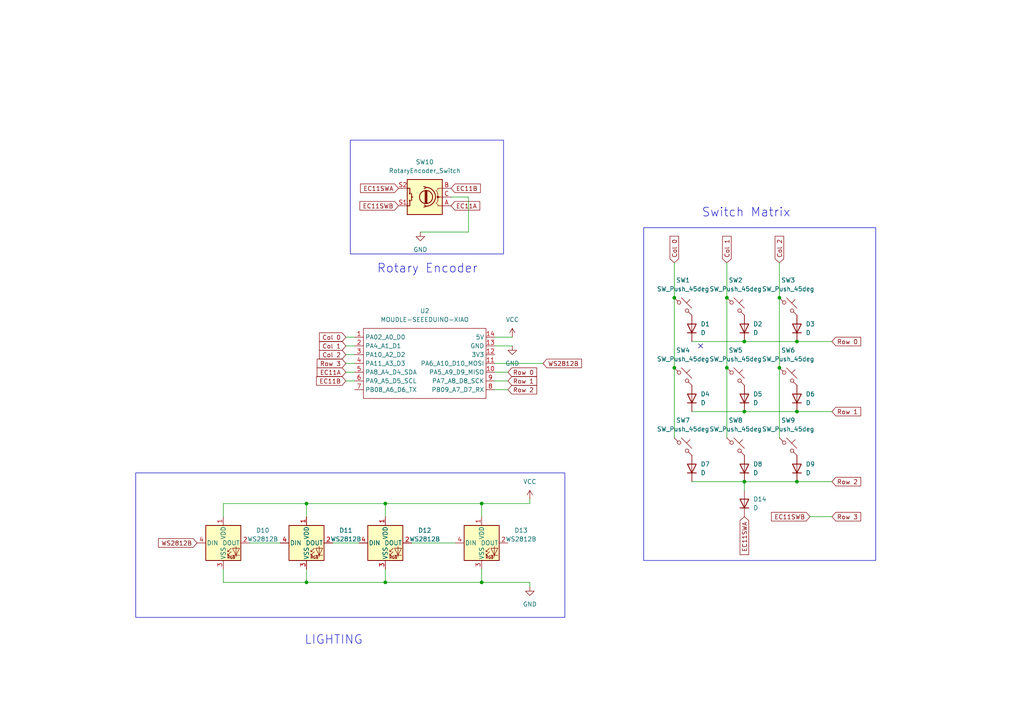
<source format=kicad_sch>
(kicad_sch (version 20231120) (generator "eeschema") (generator_version "8.0")
  (paper "A4")
  (lib_symbols
    (symbol "Device:D" (pin_numbers hide) (pin_names (offset 1.016) hide)
      (property "Reference" "D" (at 0 2.54 0))
      (property "Value" "D" (at 0 -2.54 0))
      (symbol "D_0_1"
        (polyline (pts (xy -1.27 1.27) (xy -1.27 -1.27)) (stroke (width 0.254)))
        (polyline (pts (xy 1.27 0) (xy -1.27 0)))
        (polyline (pts (xy 1.27 1.27) (xy 1.27 -1.27) (xy -1.27 0) (xy 1.27 1.27)) (stroke (width 0.254)))
      )
      (symbol "D_1_1"
        (pin passive line (at -3.81 0 0) (length 2.54) (name "K") (number "1"))
        (pin passive line (at 3.81 0 180) (length 2.54) (name "A") (number "2"))
      )
    )
    (symbol "Device:RotaryEncoder_Switch" (pin_names (offset 0.254) hide)
      (property "Reference" "SW" (at 0 6.604 0))
      (property "Value" "RotaryEncoder_Switch" (at 0 -6.604 0))
      (symbol "RotaryEncoder_Switch_0_1"
        (rectangle (start -5.08 5.08) (end 5.08 -5.08) (stroke (width 0.254)) (fill (type background)))
        (circle (center -3.81 0) (radius 0.254) (fill (type outline)))
        (circle (center -0.381 0) (radius 1.905) (stroke (width 0.254)))
        (arc (start -0.381 2.667) (mid -3.0988 -0.0635) (end -0.381 -2.794) (stroke (width 0.254)))
        (polyline (pts (xy -0.635 -1.778) (xy -0.635 1.778)) (stroke (width 0.254)))
        (polyline (pts (xy -0.381 -1.778) (xy -0.381 1.778)) (stroke (width 0.254)))
        (polyline (pts (xy -0.127 1.778) (xy -0.127 -1.778)) (stroke (width 0.254)))
        (polyline (pts (xy 3.81 0) (xy 3.429 0)) (stroke (width 0.254)))
        (polyline (pts (xy 3.81 1.016) (xy 3.81 -1.016)) (stroke (width 0.254)))
        (polyline (pts (xy -5.08 -2.54) (xy -3.81 -2.54) (xy -3.81 -2.032)))
        (polyline (pts (xy -5.08 2.54) (xy -3.81 2.54) (xy -3.81 2.032)))
        (polyline (pts (xy 0.254 -3.048) (xy -0.508 -2.794) (xy 0.127 -2.413)) (stroke (width 0.254)))
        (polyline (pts (xy 0.254 2.921) (xy -0.508 2.667) (xy 0.127 2.286)) (stroke (width 0.254)))
        (polyline (pts (xy 5.08 -2.54) (xy 4.318 -2.54) (xy 4.318 -1.016)) (stroke (width 0.254)))
        (polyline (pts (xy 5.08 2.54) (xy 4.318 2.54) (xy 4.318 1.016)) (stroke (width 0.254)))
        (polyline (pts (xy -5.08 0) (xy -3.81 0) (xy -3.81 -1.016) (xy -3.302 -2.032)))
        (polyline (pts (xy -4.318 0) (xy -3.81 0) (xy -3.81 1.016) (xy -3.302 2.032)))
        (circle (center 4.318 -1.016) (radius 0.127) (stroke (width 0.254)))
        (circle (center 4.318 1.016) (radius 0.127) (stroke (width 0.254)))
      )
      (symbol "RotaryEncoder_Switch_1_1"
        (pin passive line (at -7.62 2.54 0) (length 2.54) (name "A") (number "A"))
        (pin passive line (at -7.62 -2.54 0) (length 2.54) (name "B") (number "B"))
        (pin passive line (at -7.62 0 0) (length 2.54) (name "C") (number "C"))
        (pin passive line (at 7.62 2.54 180) (length 2.54) (name "S1") (number "S1"))
        (pin passive line (at 7.62 -2.54 180) (length 2.54) (name "S2") (number "S2"))
      )
    )
    (symbol "LED:WS2812B" (pin_names (offset 0.254))
      (property "Reference" "D" (at 5.08 5.715 0))
      (property "Value" "WS2812B" (at 1.27 -5.715 0))
      (symbol "WS2812B_0_0"
        (text "RGB" (at 2.286 -4.191 0) (effects (font (size 0.762 0.762))))
      )
      (symbol "WS2812B_0_1"
        (polyline (pts (xy 1.27 -3.556) (xy 1.778 -3.556)))
        (polyline (pts (xy 1.27 -2.54) (xy 1.778 -2.54)))
        (polyline (pts (xy 4.699 -3.556) (xy 2.667 -3.556)))
        (polyline (pts (xy 2.286 -2.54) (xy 1.27 -3.556) (xy 1.27 -3.048)))
        (polyline (pts (xy 2.286 -1.524) (xy 1.27 -2.54) (xy 1.27 -2.032)))
        (polyline (pts (xy 3.683 -1.016) (xy 3.683 -3.556) (xy 3.683 -4.064)))
        (polyline (pts (xy 4.699 -1.524) (xy 2.667 -1.524) (xy 3.683 -3.556) (xy 4.699 -1.524)))
        (rectangle (start 5.08 5.08) (end -5.08 -5.08) (stroke (width 0.254)) (fill (type background)))
      )
      (symbol "WS2812B_1_1"
        (pin power_in line (at 0 7.62 270) (length 2.54) (name "VDD") (number "1"))
        (pin output line (at 7.62 0 180) (length 2.54) (name "DOUT") (number "2"))
        (pin power_in line (at 0 -7.62 90) (length 2.54) (name "VSS") (number "3"))
        (pin input line (at -7.62 0 0) (length 2.54) (name "DIN") (number "4"))
      )
    )
    (symbol "Switch:SW_Push_45deg" (pin_numbers hide) (pin_names (offset 1.016) hide)
      (property "Reference" "SW" (at 3.048 1.016 0))
      (property "Value" "SW_Push_45deg" (at 0 -3.81 0))
      (symbol "SW_Push_45deg_0_1"
        (circle (center -1.1684 1.1684) (radius 0.508))
        (polyline (pts (xy -0.508 2.54) (xy 2.54 -0.508)))
        (polyline (pts (xy 1.016 1.016) (xy 2.032 2.032)))
        (polyline (pts (xy -2.54 2.54) (xy -1.524 1.524) (xy -1.524 1.524)))
        (polyline (pts (xy 1.524 -1.524) (xy 2.54 -2.54) (xy 2.54 -2.54) (xy 2.54 -2.54)))
        (circle (center 1.143 -1.1938) (radius 0.508))
        (pin passive line (at -2.54 2.54 0) (length 0) (name "1") (number "1"))
        (pin passive line (at 2.54 -2.54 180) (length 0) (name "2") (number "2"))
      )
    )
    (symbol "XIAO seeed rp2040:MOUDLE-SEEEDUINO-XIAO"
      (property "Reference" "U" (at -16.51 11.43 0))
      (property "Value" "MOUDLE-SEEEDUINO-XIAO" (at -3.81 -11.43 0))
      (symbol "MOUDLE-SEEEDUINO-XIAO_0_1"
        (rectangle (start -16.51 10.16) (end 19.05 -10.16))
      )
      (symbol "MOUDLE-SEEEDUINO-XIAO_1_1"
        (pin passive line (at -19.05 7.62 0) (length 2.54) (name "PA02_A0_D0") (number "1"))
        (pin passive line (at 21.59 -2.54 180) (length 2.54) (name "PA5_A9_D9_MISO") (number "10"))
        (pin passive line (at 21.59 0 180) (length 2.54) (name "PA6_A10_D10_MOSI") (number "11"))
        (pin passive line (at 21.59 2.54 180) (length 2.54) (name "3V3") (number "12"))
        (pin passive line (at 21.59 5.08 180) (length 2.54) (name "GND") (number "13"))
        (pin passive line (at 21.59 7.62 180) (length 2.54) (name "5V") (number "14"))
        (pin passive line (at -19.05 5.08 0) (length 2.54) (name "PA4_A1_D1") (number "2"))
        (pin passive line (at -19.05 2.54 0) (length 2.54) (name "PA10_A2_D2") (number "3"))
        (pin passive line (at -19.05 0 0) (length 2.54) (name "PA11_A3_D3") (number "4"))
        (pin passive line (at -19.05 -2.54 0) (length 2.54) (name "PA8_A4_D4_SDA") (number "5"))
        (pin passive line (at -19.05 -5.08 0) (length 2.54) (name "PA9_A5_D5_SCL") (number "6"))
        (pin passive line (at -19.05 -7.62 0) (length 2.54) (name "PB08_A6_D6_TX") (number "7"))
        (pin passive line (at 21.59 -7.62 180) (length 2.54) (name "PB09_A7_D7_RX") (number "8"))
        (pin passive line (at 21.59 -5.08 180) (length 2.54) (name "PA7_A8_D8_SCK") (number "9"))
      )
    )
    (symbol "power:GND" (power) (pin_numbers hide) (pin_names (offset 0) hide)
      (property "Value" "GND" (at 0 -3.81 0))
      (symbol "GND_0_1"
        (polyline (pts (xy 0 0) (xy 0 -1.27) (xy 1.27 -1.27) (xy 0 -2.54) (xy -1.27 -1.27) (xy 0 -1.27)))
      )
      (symbol "GND_1_1"
        (pin power_in line (at 0 0 270) (length 0) (name "~") (number "1"))
      )
    )
    (symbol "power:VCC" (power) (pin_numbers hide) (pin_names (offset 0) hide)
      (property "Value" "VCC" (at 0 3.556 0))
      (symbol "VCC_0_1"
        (polyline (pts (xy -0.762 1.27) (xy 0 2.54)))
        (polyline (pts (xy 0 0) (xy 0 2.54)))
        (polyline (pts (xy 0 2.54) (xy 0.762 1.27)))
      )
      (symbol "VCC_1_1"
        (pin power_in line (at 0 0 90) (length 0) (name "~") (number "1"))
      )
    )
  )
  (junction (at 231.14 99.06))
  (junction (at 215.9 119.38))
  (junction (at 215.9 139.7))
  (junction (at 210.82 86.36))
  (junction (at 139.7 168.91))
  (junction (at 210.82 106.68))
  (junction (at 195.58 86.36))
  (junction (at 226.06 86.36))
  (junction (at 88.9 168.91))
  (junction (at 231.14 139.7))
  (junction (at 111.76 146.05))
  (junction (at 195.58 106.68))
  (junction (at 231.14 119.38))
  (junction (at 111.76 168.91))
  (junction (at 215.9 99.06))
  (junction (at 88.9 146.05))
  (junction (at 226.06 106.68))
  (junction (at 139.7 146.05))
  (no_connect (at 203.2 100.33))
  (wire (pts (xy 100.33 107.95) (xy 102.87 107.95)))
  (wire (pts (xy 111.76 165.1) (xy 111.76 168.91)))
  (wire (pts (xy 135.89 57.15) (xy 135.89 67.31)))
  (wire (pts (xy 147.32 110.49) (xy 143.51 110.49)))
  (wire (pts (xy 226.06 86.36) (xy 226.06 106.68)))
  (wire (pts (xy 88.9 146.05) (xy 88.9 149.86)))
  (wire (pts (xy 210.82 86.36) (xy 210.82 106.68)))
  (wire (pts (xy 195.58 106.68) (xy 195.58 127)))
  (wire (pts (xy 96.52 157.48) (xy 104.14 157.48)))
  (wire (pts (xy 200.66 119.38) (xy 215.9 119.38)))
  (wire (pts (xy 139.7 168.91) (xy 139.7 165.1)))
  (wire (pts (xy 139.7 168.91) (xy 153.67 168.91)))
  (wire (pts (xy 215.9 99.06) (xy 231.14 99.06)))
  (wire (pts (xy 147.32 113.03) (xy 143.51 113.03)))
  (wire (pts (xy 111.76 146.05) (xy 111.76 149.86)))
  (wire (pts (xy 100.33 105.41) (xy 102.87 105.41)))
  (wire (pts (xy 210.82 76.2) (xy 210.82 86.36)))
  (wire (pts (xy 153.67 168.91) (xy 153.67 170.18)))
  (wire (pts (xy 72.39 157.48) (xy 81.28 157.48)))
  (wire (pts (xy 153.67 146.05) (xy 153.67 144.78)))
  (wire (pts (xy 157.48 105.41) (xy 143.51 105.41)))
  (wire (pts (xy 226.06 76.2) (xy 226.06 86.36)))
  (wire (pts (xy 153.67 146.05) (xy 139.7 146.05)))
  (wire (pts (xy 215.9 139.7) (xy 215.9 142.24)))
  (wire (pts (xy 100.33 110.49) (xy 102.87 110.49)))
  (wire (pts (xy 121.92 67.31) (xy 135.89 67.31)))
  (wire (pts (xy 234.95 149.86) (xy 241.3 149.86)))
  (wire (pts (xy 226.06 106.68) (xy 226.06 127)))
  (wire (pts (xy 210.82 106.68) (xy 210.82 127)))
  (wire (pts (xy 147.32 107.95) (xy 143.51 107.95)))
  (wire (pts (xy 64.77 168.91) (xy 64.77 165.1)))
  (wire (pts (xy 148.59 100.33) (xy 143.51 100.33)))
  (wire (pts (xy 64.77 168.91) (xy 88.9 168.91)))
  (wire (pts (xy 241.3 99.06) (xy 231.14 99.06)))
  (wire (pts (xy 111.76 168.91) (xy 139.7 168.91)))
  (wire (pts (xy 111.76 146.05) (xy 139.7 146.05)))
  (wire (pts (xy 215.9 139.7) (xy 231.14 139.7)))
  (wire (pts (xy 88.9 168.91) (xy 111.76 168.91)))
  (wire (pts (xy 139.7 146.05) (xy 139.7 149.86)))
  (wire (pts (xy 200.66 99.06) (xy 215.9 99.06)))
  (wire (pts (xy 64.77 146.05) (xy 64.77 149.86)))
  (wire (pts (xy 195.58 76.2) (xy 195.58 86.36)))
  (wire (pts (xy 88.9 146.05) (xy 111.76 146.05)))
  (wire (pts (xy 195.58 86.36) (xy 195.58 106.68)))
  (wire (pts (xy 64.77 146.05) (xy 88.9 146.05)))
  (wire (pts (xy 148.59 97.79) (xy 143.51 97.79)))
  (wire (pts (xy 100.33 100.33) (xy 102.87 100.33)))
  (wire (pts (xy 88.9 165.1) (xy 88.9 168.91)))
  (wire (pts (xy 100.33 102.87) (xy 102.87 102.87)))
  (wire (pts (xy 100.33 97.79) (xy 102.87 97.79)))
  (wire (pts (xy 241.3 139.7) (xy 231.14 139.7)))
  (wire (pts (xy 215.9 119.38) (xy 231.14 119.38)))
  (wire (pts (xy 135.89 57.15) (xy 130.81 57.15)))
  (wire (pts (xy 241.3 119.38) (xy 231.14 119.38)))
  (wire (pts (xy 200.66 139.7) (xy 215.9 139.7)))
  (wire (pts (xy 119.38 157.48) (xy 132.08 157.48)))
  (rectangle (start 186.69 66.04) (end 254 162.56))
  (rectangle (start 101.6 40.64) (end 146.05 73.66))
  (rectangle (start 39.37 137.16) (end 163.83 179.07))
  (text "Switch Matrix\n" (at 216.408 61.722 0) (effects (font (size 2.54 2.54))))
  (text "Rotary Encoder" (at 123.952 77.978 0) (effects (font (size 2.54 2.54))))
  (text "\nLIGHTING" (at 96.774 183.642 0) (effects (font (size 2.54 2.54))))
  (global_label "WS2812B" (shape input) (at 157.48 105.41 0) (property "Intersheetrefs" "${INTERSHEET_REFS}" (effects (hide yes))))
  (global_label "EC11SWB" (shape input) (at 234.95 149.86 180) (property "Intersheetrefs" "${INTERSHEET_REFS}" (effects (hide yes))))
  (global_label "Row 2" (shape input) (at 147.32 113.03 0) (property "Intersheetrefs" "${INTERSHEET_REFS}" (effects (hide yes))))
  (global_label "Col 2" (shape input) (at 226.06 76.2 90) (property "Intersheetrefs" "${INTERSHEET_REFS}" (effects (hide yes))))
  (global_label "Col 1" (shape input) (at 100.33 100.33 180) (property "Intersheetrefs" "${INTERSHEET_REFS}" (effects (hide yes))))
  (global_label "Row 3" (shape input) (at 100.33 105.41 180) (property "Intersheetrefs" "${INTERSHEET_REFS}" (effects (hide yes))))
  (global_label "WS2812B" (shape input) (at 57.15 157.48 180) (property "Intersheetrefs" "${INTERSHEET_REFS}" (effects (hide yes))))
  (global_label "EC11A" (shape input) (at 130.81 59.69 0) (property "Intersheetrefs" "${INTERSHEET_REFS}" (effects (hide yes))))
  (global_label "Row 1" (shape input) (at 147.32 110.49 0) (property "Intersheetrefs" "${INTERSHEET_REFS}" (effects (hide yes))))
  (global_label "EC11B" (shape input) (at 130.81 54.61 0) (property "Intersheetrefs" "${INTERSHEET_REFS}" (effects (hide yes))))
  (global_label "EC11A" (shape input) (at 100.33 107.95 180) (property "Intersheetrefs" "${INTERSHEET_REFS}" (effects (hide yes))))
  (global_label "Row 0" (shape input) (at 241.3 99.06 0) (property "Intersheetrefs" "${INTERSHEET_REFS}" (effects (hide yes))))
  (global_label "Col 0" (shape input) (at 195.58 76.2 90) (property "Intersheetrefs" "${INTERSHEET_REFS}" (effects (hide yes))))
  (global_label "EC11B" (shape input) (at 100.33 110.49 180) (property "Intersheetrefs" "${INTERSHEET_REFS}" (effects (hide yes))))
  (global_label "Row 0" (shape input) (at 147.32 107.95 0) (property "Intersheetrefs" "${INTERSHEET_REFS}" (effects (hide yes))))
  (global_label "Row 2" (shape input) (at 241.3 139.7 0) (property "Intersheetrefs" "${INTERSHEET_REFS}" (effects (hide yes))))
  (global_label "EC11SWB" (shape input) (at 115.57 59.69 180) (property "Intersheetrefs" "${INTERSHEET_REFS}" (effects (hide yes))))
  (global_label "Col 0" (shape input) (at 100.33 97.79 180) (property "Intersheetrefs" "${INTERSHEET_REFS}" (effects (hide yes))))
  (global_label "Row 3" (shape input) (at 241.3 149.86 0) (property "Intersheetrefs" "${INTERSHEET_REFS}" (effects (hide yes))))
  (global_label "EC11SWA" (shape input) (at 215.9 149.86 270) (property "Intersheetrefs" "${INTERSHEET_REFS}" (effects (hide yes))))
  (global_label "Col 2" (shape input) (at 100.33 102.87 180) (property "Intersheetrefs" "${INTERSHEET_REFS}" (effects (hide yes))))
  (global_label "Col 1" (shape input) (at 210.82 76.2 90) (property "Intersheetrefs" "${INTERSHEET_REFS}" (effects (hide yes))))
  (global_label "Row 1" (shape input) (at 241.3 119.38 0) (property "Intersheetrefs" "${INTERSHEET_REFS}" (effects (hide yes))))
  (global_label "EC11SWA" (shape input) (at 115.57 54.61 180) (property "Intersheetrefs" "${INTERSHEET_REFS}" (effects (hide yes))))
  (symbol (lib_id "Switch:SW_Push_45deg") (at 198.12 129.54 0) (unit 1)
    (property "Reference" "SW7" (at 198.12 121.92 0))
    (property "Value" "SW_Push_45deg" (at 198.12 124.46 0))
    (property "Footprint" "Button_Switch_Keyboard:SW_Cherry_MX_1.00u_PCB" (effects (hide yes)))
    (property "Description" "Push button switch, normally open, two pins, 45° tilted" (effects (hide yes)))
  )
  (symbol (lib_id "power:GND") (at 148.59 100.33 0) (unit 1)
    (property "Reference" "#PWR06" (effects (hide yes)))
    (property "Value" "GND" (at 148.59 105.41 0))
    (property "Description" "Power symbol creates a global label with name \"GND\" , ground" (effects (hide yes)))
  )
  (symbol (lib_id "Device:D") (at 200.66 135.89 90) (unit 1)
    (property "Reference" "D7" (at 203.2 134.6199 90) (effects (justify right)))
    (property "Value" "D" (at 203.2 137.1599 90) (effects (justify right)))
    (property "Footprint" "Diode_THT:D_DO-35_SOD27_P7.62mm_Horizontal" (effects (hide yes)))
    (property "Description" "Diode" (effects (hide yes)))
    (property "Sim.Device" "D" (effects (hide yes)))
    (property "Sim.Pins" "1=K 2=A" (effects (hide yes)))
  )
  (symbol (lib_id "power:GND") (at 121.92 67.31 0) (unit 1)
    (property "Reference" "#PWR01" (effects (hide yes)))
    (property "Value" "GND" (at 121.92 72.39 0))
    (property "Description" "Power symbol creates a global label with name \"GND\" , ground" (effects (hide yes)))
  )
  (symbol (lib_id "LED:WS2812B") (at 64.77 157.48 0) (unit 1)
    (property "Reference" "D10" (at 76.2 153.832 0))
    (property "Value" "WS2812B" (at 76.2 156.372 0))
    (property "Footprint" "LED_SMD:LED_WS2812B_PLCC4_5.0x5.0mm_P3.2mm" (effects (hide yes)))
    (property "Datasheet" "https://cdn-shop.adafruit.com/datasheets/WS2812B.pdf" (effects (hide yes)))
    (property "Description" "RGB LED with integrated controller" (effects (hide yes)))
  )
  (symbol (lib_id "Device:D") (at 215.9 95.25 90) (unit 1)
    (property "Reference" "D2" (at 218.44 93.9799 90) (effects (justify right)))
    (property "Value" "D" (at 218.44 96.5199 90) (effects (justify right)))
    (property "Footprint" "Diode_THT:D_DO-35_SOD27_P7.62mm_Horizontal" (effects (hide yes)))
    (property "Description" "Diode" (effects (hide yes)))
    (property "Sim.Device" "D" (effects (hide yes)))
    (property "Sim.Pins" "1=K 2=A" (effects (hide yes)))
  )
  (symbol (lib_id "Device:D") (at 200.66 95.25 90) (unit 1)
    (property "Reference" "D1" (at 203.2 93.9799 90) (effects (justify right)))
    (property "Value" "D" (at 203.2 96.5199 90) (effects (justify right)))
    (property "Footprint" "Diode_THT:D_DO-35_SOD27_P7.62mm_Horizontal" (effects (hide yes)))
    (property "Description" "Diode" (effects (hide yes)))
    (property "Sim.Device" "D" (effects (hide yes)))
    (property "Sim.Pins" "1=K 2=A" (effects (hide yes)))
  )
  (symbol (lib_id "power:VCC") (at 148.59 97.79 0) (unit 1)
    (property "Reference" "#PWR05" (effects (hide yes)))
    (property "Value" "VCC" (at 148.59 92.71 0))
    (property "Description" "Power symbol creates a global label with name \"VCC\"" (effects (hide yes)))
  )
  (symbol (lib_id "LED:WS2812B") (at 111.76 157.48 0) (unit 1)
    (property "Reference" "D12" (at 123.19 153.832 0))
    (property "Value" "WS2812B" (at 123.19 156.372 0))
    (property "Footprint" "LED_SMD:LED_WS2812B_PLCC4_5.0x5.0mm_P3.2mm" (effects (hide yes)))
    (property "Datasheet" "https://cdn-shop.adafruit.com/datasheets/WS2812B.pdf" (effects (hide yes)))
    (property "Description" "RGB LED with integrated controller" (effects (hide yes)))
  )
  (symbol (lib_id "Switch:SW_Push_45deg") (at 213.36 88.9 0) (unit 1)
    (property "Reference" "SW2" (at 213.36 81.28 0))
    (property "Value" "SW_Push_45deg" (at 213.36 83.82 0))
    (property "Footprint" "Button_Switch_Keyboard:SW_Cherry_MX_1.00u_PCB" (effects (hide yes)))
    (property "Description" "Push button switch, normally open, two pins, 45° tilted" (effects (hide yes)))
  )
  (symbol (lib_id "LED:WS2812B") (at 88.9 157.48 0) (unit 1)
    (property "Reference" "D11" (at 100.33 153.832 0))
    (property "Value" "WS2812B" (at 100.33 156.372 0))
    (property "Footprint" "LED_SMD:LED_WS2812B_PLCC4_5.0x5.0mm_P3.2mm" (effects (hide yes)))
    (property "Datasheet" "https://cdn-shop.adafruit.com/datasheets/WS2812B.pdf" (effects (hide yes)))
    (property "Description" "RGB LED with integrated controller" (effects (hide yes)))
  )
  (symbol (lib_id "XIAO seeed rp2040:MOUDLE-SEEEDUINO-XIAO") (at 121.92 105.41 0) (unit 1)
    (property "Reference" "U2" (at 123.19 90.17 0))
    (property "Value" "MOUDLE-SEEEDUINO-XIAO" (at 123.19 92.71 0))
    (property "Footprint" "Seeed Studio XIAO Series Library:XIAO-Generic-Thruhole-14P-2.54-21X17.8MM" (effects (hide yes)))
  )
  (symbol (lib_id "Device:D") (at 215.9 146.05 90) (unit 1)
    (property "Reference" "D14" (at 218.44 144.7799 90) (effects (justify right)))
    (property "Value" "D" (at 218.44 147.3199 90) (effects (justify right)))
    (property "Footprint" "Diode_THT:D_DO-35_SOD27_P7.62mm_Horizontal" (effects (hide yes)))
    (property "Description" "Diode" (effects (hide yes)))
    (property "Sim.Device" "D" (effects (hide yes)))
    (property "Sim.Pins" "1=K 2=A" (effects (hide yes)))
  )
  (symbol (lib_id "Device:RotaryEncoder_Switch") (at 123.19 57.15 180) (unit 1)
    (property "Reference" "SW10" (at 123.19 46.99 0))
    (property "Value" "RotaryEncoder_Switch" (at 123.19 49.53 0))
    (property "Footprint" "Rotary_Encoder:RotaryEncoder_Alps_EC11E-Switch_Vertical_H20mm" (effects (hide yes)))
    (property "Description" "Rotary encoder, dual channel, incremental quadrate outputs, with switch" (effects (hide yes)))
  )
  (symbol (lib_id "Switch:SW_Push_45deg") (at 228.6 109.22 0) (unit 1)
    (property "Reference" "SW6" (at 228.6 101.6 0))
    (property "Value" "SW_Push_45deg" (at 228.6 104.14 0))
    (property "Footprint" "Button_Switch_Keyboard:SW_Cherry_MX_1.00u_PCB" (effects (hide yes)))
    (property "Description" "Push button switch, normally open, two pins, 45° tilted" (effects (hide yes)))
  )
  (symbol (lib_id "Device:D") (at 231.14 95.25 90) (unit 1)
    (property "Reference" "D3" (at 233.68 93.9799 90) (effects (justify right)))
    (property "Value" "D" (at 233.68 96.5199 90) (effects (justify right)))
    (property "Footprint" "Diode_THT:D_DO-35_SOD27_P7.62mm_Horizontal" (effects (hide yes)))
    (property "Description" "Diode" (effects (hide yes)))
    (property "Sim.Device" "D" (effects (hide yes)))
    (property "Sim.Pins" "1=K 2=A" (effects (hide yes)))
  )
  (symbol (lib_id "Device:D") (at 231.14 115.57 90) (unit 1)
    (property "Reference" "D6" (at 233.68 114.2999 90) (effects (justify right)))
    (property "Value" "D" (at 233.68 116.8399 90) (effects (justify right)))
    (property "Footprint" "Diode_THT:D_DO-35_SOD27_P7.62mm_Horizontal" (effects (hide yes)))
    (property "Description" "Diode" (effects (hide yes)))
    (property "Sim.Device" "D" (effects (hide yes)))
    (property "Sim.Pins" "1=K 2=A" (effects (hide yes)))
  )
  (symbol (lib_id "Device:D") (at 215.9 135.89 90) (unit 1)
    (property "Reference" "D8" (at 218.44 134.6199 90) (effects (justify right)))
    (property "Value" "D" (at 218.44 137.1599 90) (effects (justify right)))
    (property "Footprint" "Diode_THT:D_DO-35_SOD27_P7.62mm_Horizontal" (effects (hide yes)))
    (property "Description" "Diode" (effects (hide yes)))
    (property "Sim.Device" "D" (effects (hide yes)))
    (property "Sim.Pins" "1=K 2=A" (effects (hide yes)))
  )
  (symbol (lib_id "Switch:SW_Push_45deg") (at 213.36 109.22 0) (unit 1)
    (property "Reference" "SW5" (at 213.36 101.6 0))
    (property "Value" "SW_Push_45deg" (at 213.36 104.14 0))
    (property "Footprint" "Button_Switch_Keyboard:SW_Cherry_MX_1.00u_PCB" (effects (hide yes)))
    (property "Description" "Push button switch, normally open, two pins, 45° tilted" (effects (hide yes)))
  )
  (symbol (lib_id "Switch:SW_Push_45deg") (at 198.12 109.22 0) (unit 1)
    (property "Reference" "SW4" (at 198.12 101.6 0))
    (property "Value" "SW_Push_45deg" (at 198.12 104.14 0))
    (property "Footprint" "Button_Switch_Keyboard:SW_Cherry_MX_1.00u_PCB" (effects (hide yes)))
    (property "Description" "Push button switch, normally open, two pins, 45° tilted" (effects (hide yes)))
  )
  (symbol (lib_id "power:VCC") (at 153.67 144.78 0) (unit 1)
    (property "Reference" "#PWR02" (effects (hide yes)))
    (property "Value" "VCC" (at 153.67 139.7 0))
    (property "Description" "Power symbol creates a global label with name \"VCC\"" (effects (hide yes)))
  )
  (symbol (lib_id "power:GND") (at 153.67 170.18 0) (unit 1)
    (property "Reference" "#PWR03" (effects (hide yes)))
    (property "Value" "GND" (at 153.67 175.26 0))
    (property "Description" "Power symbol creates a global label with name \"GND\" , ground" (effects (hide yes)))
  )
  (symbol (lib_id "LED:WS2812B") (at 139.7 157.48 0) (unit 1)
    (property "Reference" "D13" (at 151.13 153.832 0))
    (property "Value" "WS2812B" (at 151.13 156.372 0))
    (property "Footprint" "LED_SMD:LED_WS2812B_PLCC4_5.0x5.0mm_P3.2mm" (effects (hide yes)))
    (property "Datasheet" "https://cdn-shop.adafruit.com/datasheets/WS2812B.pdf" (effects (hide yes)))
    (property "Description" "RGB LED with integrated controller" (effects (hide yes)))
  )
  (symbol (lib_id "Device:D") (at 215.9 115.57 90) (unit 1)
    (property "Reference" "D5" (at 218.44 114.2999 90) (effects (justify right)))
    (property "Value" "D" (at 218.44 116.8399 90) (effects (justify right)))
    (property "Footprint" "Diode_THT:D_DO-35_SOD27_P7.62mm_Horizontal" (effects (hide yes)))
    (property "Description" "Diode" (effects (hide yes)))
    (property "Sim.Device" "D" (effects (hide yes)))
    (property "Sim.Pins" "1=K 2=A" (effects (hide yes)))
  )
  (symbol (lib_id "Switch:SW_Push_45deg") (at 198.12 88.9 0) (unit 1)
    (property "Reference" "SW1" (at 198.12 81.28 0))
    (property "Value" "SW_Push_45deg" (at 198.12 83.82 0))
    (property "Footprint" "Button_Switch_Keyboard:SW_Cherry_MX_1.00u_PCB" (effects (hide yes)))
    (property "Description" "Push button switch, normally open, two pins, 45° tilted" (effects (hide yes)))
  )
  (symbol (lib_id "Device:D") (at 200.66 115.57 90) (unit 1)
    (property "Reference" "D4" (at 203.2 114.2999 90) (effects (justify right)))
    (property "Value" "D" (at 203.2 116.8399 90) (effects (justify right)))
    (property "Footprint" "Diode_THT:D_DO-35_SOD27_P7.62mm_Horizontal" (effects (hide yes)))
    (property "Description" "Diode" (effects (hide yes)))
    (property "Sim.Device" "D" (effects (hide yes)))
    (property "Sim.Pins" "1=K 2=A" (effects (hide yes)))
  )
  (symbol (lib_id "Switch:SW_Push_45deg") (at 213.36 129.54 0) (unit 1)
    (property "Reference" "SW8" (at 213.36 121.92 0))
    (property "Value" "SW_Push_45deg" (at 213.36 124.46 0))
    (property "Footprint" "Button_Switch_Keyboard:SW_Cherry_MX_1.00u_PCB" (effects (hide yes)))
    (property "Description" "Push button switch, normally open, two pins, 45° tilted" (effects (hide yes)))
  )
  (symbol (lib_id "Switch:SW_Push_45deg") (at 228.6 88.9 0) (unit 1)
    (property "Reference" "SW3" (at 228.6 81.28 0))
    (property "Value" "SW_Push_45deg" (at 228.6 83.82 0))
    (property "Footprint" "Button_Switch_Keyboard:SW_Cherry_MX_1.00u_PCB" (effects (hide yes)))
    (property "Description" "Push button switch, normally open, two pins, 45° tilted" (effects (hide yes)))
  )
  (symbol (lib_id "Device:D") (at 231.14 135.89 90) (unit 1)
    (property "Reference" "D9" (at 233.68 134.6199 90) (effects (justify right)))
    (property "Value" "D" (at 233.68 137.1599 90) (effects (justify right)))
    (property "Footprint" "Diode_THT:D_DO-35_SOD27_P7.62mm_Horizontal" (effects (hide yes)))
    (property "Description" "Diode" (effects (hide yes)))
    (property "Sim.Device" "D" (effects (hide yes)))
    (property "Sim.Pins" "1=K 2=A" (effects (hide yes)))
  )
  (symbol (lib_id "Switch:SW_Push_45deg") (at 228.6 129.54 0) (unit 1)
    (property "Reference" "SW9" (at 228.6 121.92 0))
    (property "Value" "SW_Push_45deg" (at 228.6 124.46 0))
    (property "Footprint" "Button_Switch_Keyboard:SW_Cherry_MX_1.00u_PCB" (effects (hide yes)))
    (property "Description" "Push button switch, normally open, two pins, 45° tilted" (effects (hide yes)))
  )
)
</source>
